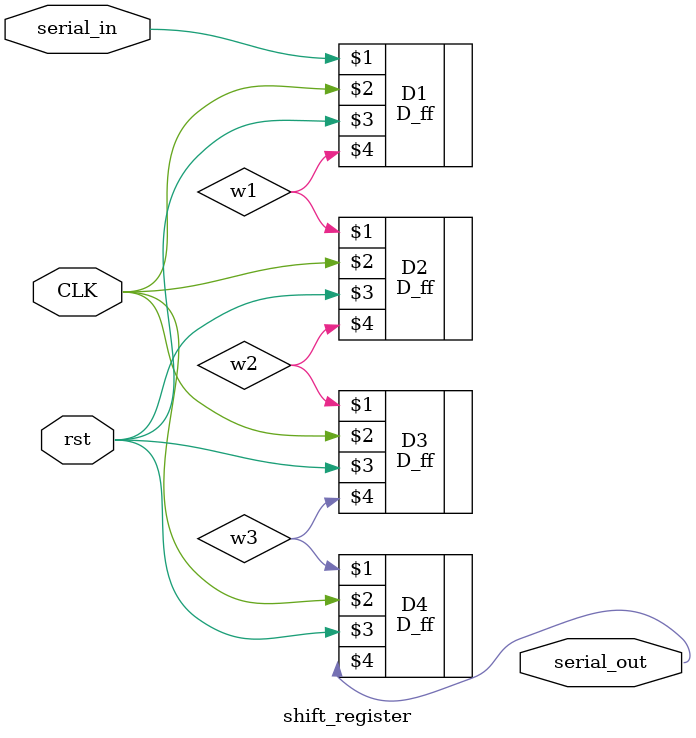
<source format=v>
module shift_register(serial_in, CLK, rst, serial_out);
    input serial_in, CLK, rst;
    output serial_out;

    // Your code goes here.  DO NOT change anything that is already given! Otherwise, you will not be able to pass the tests!
    wire w1;
    wire w2;
    wire w3;
    
    D_ff D1(serial_in, CLK, rst,w1);
    D_ff D2(w1, CLK, rst, w2);
    D_ff D3(w2,CLK, rst, w3);
    D_ff D4(w3,CLK, rst, serial_out);
endmodule
</source>
